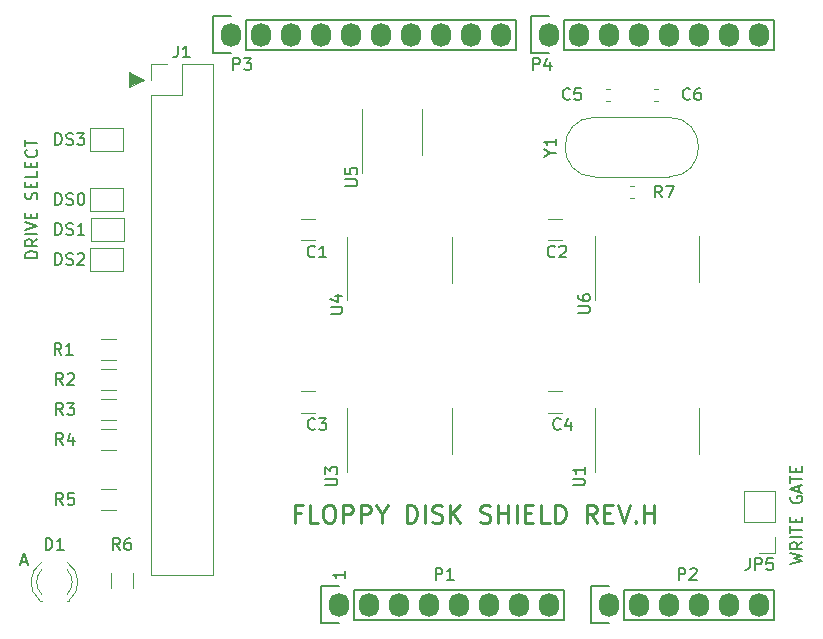
<source format=gto>
G04 #@! TF.GenerationSoftware,KiCad,Pcbnew,(6.0.7)*
G04 #@! TF.CreationDate,2022-09-30T10:08:23+09:00*
G04 #@! TF.ProjectId,fdshield,66647368-6965-46c6-942e-6b696361645f,rev?*
G04 #@! TF.SameCoordinates,Original*
G04 #@! TF.FileFunction,Legend,Top*
G04 #@! TF.FilePolarity,Positive*
%FSLAX46Y46*%
G04 Gerber Fmt 4.6, Leading zero omitted, Abs format (unit mm)*
G04 Created by KiCad (PCBNEW (6.0.7)) date 2022-09-30 10:08:23*
%MOMM*%
%LPD*%
G01*
G04 APERTURE LIST*
%ADD10C,0.100000*%
%ADD11C,0.150000*%
%ADD12C,0.250000*%
%ADD13C,0.120000*%
%ADD14O,1.727200X2.032000*%
G04 APERTURE END LIST*
D10*
G36*
X122428000Y-79375000D02*
G01*
X121158000Y-80010000D01*
X121158000Y-78740000D01*
X122428000Y-79375000D01*
G37*
X122428000Y-79375000D02*
X121158000Y-80010000D01*
X121158000Y-78740000D01*
X122428000Y-79375000D01*
D11*
X113355380Y-94463571D02*
X112355380Y-94463571D01*
X112355380Y-94225476D01*
X112403000Y-94082619D01*
X112498238Y-93987380D01*
X112593476Y-93939761D01*
X112783952Y-93892142D01*
X112926809Y-93892142D01*
X113117285Y-93939761D01*
X113212523Y-93987380D01*
X113307761Y-94082619D01*
X113355380Y-94225476D01*
X113355380Y-94463571D01*
X113355380Y-92892142D02*
X112879190Y-93225476D01*
X113355380Y-93463571D02*
X112355380Y-93463571D01*
X112355380Y-93082619D01*
X112403000Y-92987380D01*
X112450619Y-92939761D01*
X112545857Y-92892142D01*
X112688714Y-92892142D01*
X112783952Y-92939761D01*
X112831571Y-92987380D01*
X112879190Y-93082619D01*
X112879190Y-93463571D01*
X113355380Y-92463571D02*
X112355380Y-92463571D01*
X112355380Y-92130238D02*
X113355380Y-91796904D01*
X112355380Y-91463571D01*
X112831571Y-91130238D02*
X112831571Y-90796904D01*
X113355380Y-90654047D02*
X113355380Y-91130238D01*
X112355380Y-91130238D01*
X112355380Y-90654047D01*
X113307761Y-89511190D02*
X113355380Y-89368333D01*
X113355380Y-89130238D01*
X113307761Y-89035000D01*
X113260142Y-88987380D01*
X113164904Y-88939761D01*
X113069666Y-88939761D01*
X112974428Y-88987380D01*
X112926809Y-89035000D01*
X112879190Y-89130238D01*
X112831571Y-89320714D01*
X112783952Y-89415952D01*
X112736333Y-89463571D01*
X112641095Y-89511190D01*
X112545857Y-89511190D01*
X112450619Y-89463571D01*
X112403000Y-89415952D01*
X112355380Y-89320714D01*
X112355380Y-89082619D01*
X112403000Y-88939761D01*
X112831571Y-88511190D02*
X112831571Y-88177857D01*
X113355380Y-88035000D02*
X113355380Y-88511190D01*
X112355380Y-88511190D01*
X112355380Y-88035000D01*
X113355380Y-87130238D02*
X113355380Y-87606428D01*
X112355380Y-87606428D01*
X112831571Y-86796904D02*
X112831571Y-86463571D01*
X113355380Y-86320714D02*
X113355380Y-86796904D01*
X112355380Y-86796904D01*
X112355380Y-86320714D01*
X113260142Y-85320714D02*
X113307761Y-85368333D01*
X113355380Y-85511190D01*
X113355380Y-85606428D01*
X113307761Y-85749285D01*
X113212523Y-85844523D01*
X113117285Y-85892142D01*
X112926809Y-85939761D01*
X112783952Y-85939761D01*
X112593476Y-85892142D01*
X112498238Y-85844523D01*
X112403000Y-85749285D01*
X112355380Y-85606428D01*
X112355380Y-85511190D01*
X112403000Y-85368333D01*
X112450619Y-85320714D01*
X112355380Y-85035000D02*
X112355380Y-84463571D01*
X113355380Y-84749285D02*
X112355380Y-84749285D01*
D12*
X135653714Y-116097857D02*
X135153714Y-116097857D01*
X135153714Y-116883571D02*
X135153714Y-115383571D01*
X135868000Y-115383571D01*
X137153714Y-116883571D02*
X136439428Y-116883571D01*
X136439428Y-115383571D01*
X137939428Y-115383571D02*
X138225142Y-115383571D01*
X138368000Y-115455000D01*
X138510857Y-115597857D01*
X138582285Y-115883571D01*
X138582285Y-116383571D01*
X138510857Y-116669285D01*
X138368000Y-116812142D01*
X138225142Y-116883571D01*
X137939428Y-116883571D01*
X137796571Y-116812142D01*
X137653714Y-116669285D01*
X137582285Y-116383571D01*
X137582285Y-115883571D01*
X137653714Y-115597857D01*
X137796571Y-115455000D01*
X137939428Y-115383571D01*
X139225142Y-116883571D02*
X139225142Y-115383571D01*
X139796571Y-115383571D01*
X139939428Y-115455000D01*
X140010857Y-115526428D01*
X140082285Y-115669285D01*
X140082285Y-115883571D01*
X140010857Y-116026428D01*
X139939428Y-116097857D01*
X139796571Y-116169285D01*
X139225142Y-116169285D01*
X140725142Y-116883571D02*
X140725142Y-115383571D01*
X141296571Y-115383571D01*
X141439428Y-115455000D01*
X141510857Y-115526428D01*
X141582285Y-115669285D01*
X141582285Y-115883571D01*
X141510857Y-116026428D01*
X141439428Y-116097857D01*
X141296571Y-116169285D01*
X140725142Y-116169285D01*
X142510857Y-116169285D02*
X142510857Y-116883571D01*
X142010857Y-115383571D02*
X142510857Y-116169285D01*
X143010857Y-115383571D01*
X144653714Y-116883571D02*
X144653714Y-115383571D01*
X145010857Y-115383571D01*
X145225142Y-115455000D01*
X145368000Y-115597857D01*
X145439428Y-115740714D01*
X145510857Y-116026428D01*
X145510857Y-116240714D01*
X145439428Y-116526428D01*
X145368000Y-116669285D01*
X145225142Y-116812142D01*
X145010857Y-116883571D01*
X144653714Y-116883571D01*
X146153714Y-116883571D02*
X146153714Y-115383571D01*
X146796571Y-116812142D02*
X147010857Y-116883571D01*
X147368000Y-116883571D01*
X147510857Y-116812142D01*
X147582285Y-116740714D01*
X147653714Y-116597857D01*
X147653714Y-116455000D01*
X147582285Y-116312142D01*
X147510857Y-116240714D01*
X147368000Y-116169285D01*
X147082285Y-116097857D01*
X146939428Y-116026428D01*
X146868000Y-115955000D01*
X146796571Y-115812142D01*
X146796571Y-115669285D01*
X146868000Y-115526428D01*
X146939428Y-115455000D01*
X147082285Y-115383571D01*
X147439428Y-115383571D01*
X147653714Y-115455000D01*
X148296571Y-116883571D02*
X148296571Y-115383571D01*
X149153714Y-116883571D02*
X148510857Y-116026428D01*
X149153714Y-115383571D02*
X148296571Y-116240714D01*
X150868000Y-116812142D02*
X151082285Y-116883571D01*
X151439428Y-116883571D01*
X151582285Y-116812142D01*
X151653714Y-116740714D01*
X151725142Y-116597857D01*
X151725142Y-116455000D01*
X151653714Y-116312142D01*
X151582285Y-116240714D01*
X151439428Y-116169285D01*
X151153714Y-116097857D01*
X151010857Y-116026428D01*
X150939428Y-115955000D01*
X150868000Y-115812142D01*
X150868000Y-115669285D01*
X150939428Y-115526428D01*
X151010857Y-115455000D01*
X151153714Y-115383571D01*
X151510857Y-115383571D01*
X151725142Y-115455000D01*
X152368000Y-116883571D02*
X152368000Y-115383571D01*
X152368000Y-116097857D02*
X153225142Y-116097857D01*
X153225142Y-116883571D02*
X153225142Y-115383571D01*
X153939428Y-116883571D02*
X153939428Y-115383571D01*
X154653714Y-116097857D02*
X155153714Y-116097857D01*
X155368000Y-116883571D02*
X154653714Y-116883571D01*
X154653714Y-115383571D01*
X155368000Y-115383571D01*
X156725142Y-116883571D02*
X156010857Y-116883571D01*
X156010857Y-115383571D01*
X157225142Y-116883571D02*
X157225142Y-115383571D01*
X157582285Y-115383571D01*
X157796571Y-115455000D01*
X157939428Y-115597857D01*
X158010857Y-115740714D01*
X158082285Y-116026428D01*
X158082285Y-116240714D01*
X158010857Y-116526428D01*
X157939428Y-116669285D01*
X157796571Y-116812142D01*
X157582285Y-116883571D01*
X157225142Y-116883571D01*
X160725142Y-116883571D02*
X160225142Y-116169285D01*
X159868000Y-116883571D02*
X159868000Y-115383571D01*
X160439428Y-115383571D01*
X160582285Y-115455000D01*
X160653714Y-115526428D01*
X160725142Y-115669285D01*
X160725142Y-115883571D01*
X160653714Y-116026428D01*
X160582285Y-116097857D01*
X160439428Y-116169285D01*
X159868000Y-116169285D01*
X161368000Y-116097857D02*
X161868000Y-116097857D01*
X162082285Y-116883571D02*
X161368000Y-116883571D01*
X161368000Y-115383571D01*
X162082285Y-115383571D01*
X162510857Y-115383571D02*
X163010857Y-116883571D01*
X163510857Y-115383571D01*
X164010857Y-116740714D02*
X164082285Y-116812142D01*
X164010857Y-116883571D01*
X163939428Y-116812142D01*
X164010857Y-116740714D01*
X164010857Y-116883571D01*
X164725142Y-116883571D02*
X164725142Y-115383571D01*
X164725142Y-116097857D02*
X165582285Y-116097857D01*
X165582285Y-116883571D02*
X165582285Y-115383571D01*
D11*
X177125380Y-120347857D02*
X178125380Y-120109761D01*
X177411095Y-119919285D01*
X178125380Y-119728809D01*
X177125380Y-119490714D01*
X178125380Y-118538333D02*
X177649190Y-118871666D01*
X178125380Y-119109761D02*
X177125380Y-119109761D01*
X177125380Y-118728809D01*
X177173000Y-118633571D01*
X177220619Y-118585952D01*
X177315857Y-118538333D01*
X177458714Y-118538333D01*
X177553952Y-118585952D01*
X177601571Y-118633571D01*
X177649190Y-118728809D01*
X177649190Y-119109761D01*
X178125380Y-118109761D02*
X177125380Y-118109761D01*
X177125380Y-117776428D02*
X177125380Y-117205000D01*
X178125380Y-117490714D02*
X177125380Y-117490714D01*
X177601571Y-116871666D02*
X177601571Y-116538333D01*
X178125380Y-116395476D02*
X178125380Y-116871666D01*
X177125380Y-116871666D01*
X177125380Y-116395476D01*
X177173000Y-114681190D02*
X177125380Y-114776428D01*
X177125380Y-114919285D01*
X177173000Y-115062142D01*
X177268238Y-115157380D01*
X177363476Y-115205000D01*
X177553952Y-115252619D01*
X177696809Y-115252619D01*
X177887285Y-115205000D01*
X177982523Y-115157380D01*
X178077761Y-115062142D01*
X178125380Y-114919285D01*
X178125380Y-114824047D01*
X178077761Y-114681190D01*
X178030142Y-114633571D01*
X177696809Y-114633571D01*
X177696809Y-114824047D01*
X177839666Y-114252619D02*
X177839666Y-113776428D01*
X178125380Y-114347857D02*
X177125380Y-114014523D01*
X178125380Y-113681190D01*
X177125380Y-113490714D02*
X177125380Y-112919285D01*
X178125380Y-113205000D02*
X177125380Y-113205000D01*
X177601571Y-112585952D02*
X177601571Y-112252619D01*
X178125380Y-112109761D02*
X178125380Y-112585952D01*
X177125380Y-112585952D01*
X177125380Y-112109761D01*
X112029904Y-120181666D02*
X112506095Y-120181666D01*
X111934666Y-120467380D02*
X112268000Y-119467380D01*
X112601333Y-120467380D01*
X139390380Y-120999285D02*
X139390380Y-121570714D01*
X139390380Y-121285000D02*
X138390380Y-121285000D01*
X138533238Y-121380238D01*
X138628476Y-121475476D01*
X138676095Y-121570714D01*
G04 #@! TO.C,P1*
X147089904Y-121737380D02*
X147089904Y-120737380D01*
X147470857Y-120737380D01*
X147566095Y-120785000D01*
X147613714Y-120832619D01*
X147661333Y-120927857D01*
X147661333Y-121070714D01*
X147613714Y-121165952D01*
X147566095Y-121213571D01*
X147470857Y-121261190D01*
X147089904Y-121261190D01*
X148613714Y-121737380D02*
X148042285Y-121737380D01*
X148328000Y-121737380D02*
X148328000Y-120737380D01*
X148232761Y-120880238D01*
X148137523Y-120975476D01*
X148042285Y-121023095D01*
G04 #@! TO.C,P2*
X167663904Y-121737380D02*
X167663904Y-120737380D01*
X168044857Y-120737380D01*
X168140095Y-120785000D01*
X168187714Y-120832619D01*
X168235333Y-120927857D01*
X168235333Y-121070714D01*
X168187714Y-121165952D01*
X168140095Y-121213571D01*
X168044857Y-121261190D01*
X167663904Y-121261190D01*
X168616285Y-120832619D02*
X168663904Y-120785000D01*
X168759142Y-120737380D01*
X168997238Y-120737380D01*
X169092476Y-120785000D01*
X169140095Y-120832619D01*
X169187714Y-120927857D01*
X169187714Y-121023095D01*
X169140095Y-121165952D01*
X168568666Y-121737380D01*
X169187714Y-121737380D01*
G04 #@! TO.C,P3*
X129944904Y-78557380D02*
X129944904Y-77557380D01*
X130325857Y-77557380D01*
X130421095Y-77605000D01*
X130468714Y-77652619D01*
X130516333Y-77747857D01*
X130516333Y-77890714D01*
X130468714Y-77985952D01*
X130421095Y-78033571D01*
X130325857Y-78081190D01*
X129944904Y-78081190D01*
X130849666Y-77557380D02*
X131468714Y-77557380D01*
X131135380Y-77938333D01*
X131278238Y-77938333D01*
X131373476Y-77985952D01*
X131421095Y-78033571D01*
X131468714Y-78128809D01*
X131468714Y-78366904D01*
X131421095Y-78462142D01*
X131373476Y-78509761D01*
X131278238Y-78557380D01*
X130992523Y-78557380D01*
X130897285Y-78509761D01*
X130849666Y-78462142D01*
G04 #@! TO.C,P4*
X155344904Y-78557380D02*
X155344904Y-77557380D01*
X155725857Y-77557380D01*
X155821095Y-77605000D01*
X155868714Y-77652619D01*
X155916333Y-77747857D01*
X155916333Y-77890714D01*
X155868714Y-77985952D01*
X155821095Y-78033571D01*
X155725857Y-78081190D01*
X155344904Y-78081190D01*
X156773476Y-77890714D02*
X156773476Y-78557380D01*
X156535380Y-77509761D02*
X156297285Y-78224047D01*
X156916333Y-78224047D01*
G04 #@! TO.C,R6*
X120356333Y-119197380D02*
X120023000Y-118721190D01*
X119784904Y-119197380D02*
X119784904Y-118197380D01*
X120165857Y-118197380D01*
X120261095Y-118245000D01*
X120308714Y-118292619D01*
X120356333Y-118387857D01*
X120356333Y-118530714D01*
X120308714Y-118625952D01*
X120261095Y-118673571D01*
X120165857Y-118721190D01*
X119784904Y-118721190D01*
X121213476Y-118197380D02*
X121023000Y-118197380D01*
X120927761Y-118245000D01*
X120880142Y-118292619D01*
X120784904Y-118435476D01*
X120737285Y-118625952D01*
X120737285Y-119006904D01*
X120784904Y-119102142D01*
X120832523Y-119149761D01*
X120927761Y-119197380D01*
X121118238Y-119197380D01*
X121213476Y-119149761D01*
X121261095Y-119102142D01*
X121308714Y-119006904D01*
X121308714Y-118768809D01*
X121261095Y-118673571D01*
X121213476Y-118625952D01*
X121118238Y-118578333D01*
X120927761Y-118578333D01*
X120832523Y-118625952D01*
X120784904Y-118673571D01*
X120737285Y-118768809D01*
G04 #@! TO.C,J1*
X125269666Y-76497380D02*
X125269666Y-77211666D01*
X125222047Y-77354523D01*
X125126809Y-77449761D01*
X124983952Y-77497380D01*
X124888714Y-77497380D01*
X126269666Y-77497380D02*
X125698238Y-77497380D01*
X125983952Y-77497380D02*
X125983952Y-76497380D01*
X125888714Y-76640238D01*
X125793476Y-76735476D01*
X125698238Y-76783095D01*
G04 #@! TO.C,R5*
X115536333Y-115387380D02*
X115203000Y-114911190D01*
X114964904Y-115387380D02*
X114964904Y-114387380D01*
X115345857Y-114387380D01*
X115441095Y-114435000D01*
X115488714Y-114482619D01*
X115536333Y-114577857D01*
X115536333Y-114720714D01*
X115488714Y-114815952D01*
X115441095Y-114863571D01*
X115345857Y-114911190D01*
X114964904Y-114911190D01*
X116441095Y-114387380D02*
X115964904Y-114387380D01*
X115917285Y-114863571D01*
X115964904Y-114815952D01*
X116060142Y-114768333D01*
X116298238Y-114768333D01*
X116393476Y-114815952D01*
X116441095Y-114863571D01*
X116488714Y-114958809D01*
X116488714Y-115196904D01*
X116441095Y-115292142D01*
X116393476Y-115339761D01*
X116298238Y-115387380D01*
X116060142Y-115387380D01*
X115964904Y-115339761D01*
X115917285Y-115292142D01*
G04 #@! TO.C,R4*
X115536333Y-110307380D02*
X115203000Y-109831190D01*
X114964904Y-110307380D02*
X114964904Y-109307380D01*
X115345857Y-109307380D01*
X115441095Y-109355000D01*
X115488714Y-109402619D01*
X115536333Y-109497857D01*
X115536333Y-109640714D01*
X115488714Y-109735952D01*
X115441095Y-109783571D01*
X115345857Y-109831190D01*
X114964904Y-109831190D01*
X116393476Y-109640714D02*
X116393476Y-110307380D01*
X116155380Y-109259761D02*
X115917285Y-109974047D01*
X116536333Y-109974047D01*
G04 #@! TO.C,R3*
X115536333Y-107767380D02*
X115203000Y-107291190D01*
X114964904Y-107767380D02*
X114964904Y-106767380D01*
X115345857Y-106767380D01*
X115441095Y-106815000D01*
X115488714Y-106862619D01*
X115536333Y-106957857D01*
X115536333Y-107100714D01*
X115488714Y-107195952D01*
X115441095Y-107243571D01*
X115345857Y-107291190D01*
X114964904Y-107291190D01*
X115869666Y-106767380D02*
X116488714Y-106767380D01*
X116155380Y-107148333D01*
X116298238Y-107148333D01*
X116393476Y-107195952D01*
X116441095Y-107243571D01*
X116488714Y-107338809D01*
X116488714Y-107576904D01*
X116441095Y-107672142D01*
X116393476Y-107719761D01*
X116298238Y-107767380D01*
X116012523Y-107767380D01*
X115917285Y-107719761D01*
X115869666Y-107672142D01*
G04 #@! TO.C,R2*
X115536333Y-105227380D02*
X115203000Y-104751190D01*
X114964904Y-105227380D02*
X114964904Y-104227380D01*
X115345857Y-104227380D01*
X115441095Y-104275000D01*
X115488714Y-104322619D01*
X115536333Y-104417857D01*
X115536333Y-104560714D01*
X115488714Y-104655952D01*
X115441095Y-104703571D01*
X115345857Y-104751190D01*
X114964904Y-104751190D01*
X115917285Y-104322619D02*
X115964904Y-104275000D01*
X116060142Y-104227380D01*
X116298238Y-104227380D01*
X116393476Y-104275000D01*
X116441095Y-104322619D01*
X116488714Y-104417857D01*
X116488714Y-104513095D01*
X116441095Y-104655952D01*
X115869666Y-105227380D01*
X116488714Y-105227380D01*
G04 #@! TO.C,R1*
X115406333Y-102687380D02*
X115073000Y-102211190D01*
X114834904Y-102687380D02*
X114834904Y-101687380D01*
X115215857Y-101687380D01*
X115311095Y-101735000D01*
X115358714Y-101782619D01*
X115406333Y-101877857D01*
X115406333Y-102020714D01*
X115358714Y-102115952D01*
X115311095Y-102163571D01*
X115215857Y-102211190D01*
X114834904Y-102211190D01*
X116358714Y-102687380D02*
X115787285Y-102687380D01*
X116073000Y-102687380D02*
X116073000Y-101687380D01*
X115977761Y-101830238D01*
X115882523Y-101925476D01*
X115787285Y-101973095D01*
G04 #@! TO.C,DS0*
X114863714Y-89987380D02*
X114863714Y-88987380D01*
X115101809Y-88987380D01*
X115244666Y-89035000D01*
X115339904Y-89130238D01*
X115387523Y-89225476D01*
X115435142Y-89415952D01*
X115435142Y-89558809D01*
X115387523Y-89749285D01*
X115339904Y-89844523D01*
X115244666Y-89939761D01*
X115101809Y-89987380D01*
X114863714Y-89987380D01*
X115816095Y-89939761D02*
X115958952Y-89987380D01*
X116197047Y-89987380D01*
X116292285Y-89939761D01*
X116339904Y-89892142D01*
X116387523Y-89796904D01*
X116387523Y-89701666D01*
X116339904Y-89606428D01*
X116292285Y-89558809D01*
X116197047Y-89511190D01*
X116006571Y-89463571D01*
X115911333Y-89415952D01*
X115863714Y-89368333D01*
X115816095Y-89273095D01*
X115816095Y-89177857D01*
X115863714Y-89082619D01*
X115911333Y-89035000D01*
X116006571Y-88987380D01*
X116244666Y-88987380D01*
X116387523Y-89035000D01*
X117006571Y-88987380D02*
X117101809Y-88987380D01*
X117197047Y-89035000D01*
X117244666Y-89082619D01*
X117292285Y-89177857D01*
X117339904Y-89368333D01*
X117339904Y-89606428D01*
X117292285Y-89796904D01*
X117244666Y-89892142D01*
X117197047Y-89939761D01*
X117101809Y-89987380D01*
X117006571Y-89987380D01*
X116911333Y-89939761D01*
X116863714Y-89892142D01*
X116816095Y-89796904D01*
X116768476Y-89606428D01*
X116768476Y-89368333D01*
X116816095Y-89177857D01*
X116863714Y-89082619D01*
X116911333Y-89035000D01*
X117006571Y-88987380D01*
G04 #@! TO.C,DS3*
X114863714Y-84907380D02*
X114863714Y-83907380D01*
X115101809Y-83907380D01*
X115244666Y-83955000D01*
X115339904Y-84050238D01*
X115387523Y-84145476D01*
X115435142Y-84335952D01*
X115435142Y-84478809D01*
X115387523Y-84669285D01*
X115339904Y-84764523D01*
X115244666Y-84859761D01*
X115101809Y-84907380D01*
X114863714Y-84907380D01*
X115816095Y-84859761D02*
X115958952Y-84907380D01*
X116197047Y-84907380D01*
X116292285Y-84859761D01*
X116339904Y-84812142D01*
X116387523Y-84716904D01*
X116387523Y-84621666D01*
X116339904Y-84526428D01*
X116292285Y-84478809D01*
X116197047Y-84431190D01*
X116006571Y-84383571D01*
X115911333Y-84335952D01*
X115863714Y-84288333D01*
X115816095Y-84193095D01*
X115816095Y-84097857D01*
X115863714Y-84002619D01*
X115911333Y-83955000D01*
X116006571Y-83907380D01*
X116244666Y-83907380D01*
X116387523Y-83955000D01*
X116720857Y-83907380D02*
X117339904Y-83907380D01*
X117006571Y-84288333D01*
X117149428Y-84288333D01*
X117244666Y-84335952D01*
X117292285Y-84383571D01*
X117339904Y-84478809D01*
X117339904Y-84716904D01*
X117292285Y-84812142D01*
X117244666Y-84859761D01*
X117149428Y-84907380D01*
X116863714Y-84907380D01*
X116768476Y-84859761D01*
X116720857Y-84812142D01*
G04 #@! TO.C,DS1*
X114863714Y-92527380D02*
X114863714Y-91527380D01*
X115101809Y-91527380D01*
X115244666Y-91575000D01*
X115339904Y-91670238D01*
X115387523Y-91765476D01*
X115435142Y-91955952D01*
X115435142Y-92098809D01*
X115387523Y-92289285D01*
X115339904Y-92384523D01*
X115244666Y-92479761D01*
X115101809Y-92527380D01*
X114863714Y-92527380D01*
X115816095Y-92479761D02*
X115958952Y-92527380D01*
X116197047Y-92527380D01*
X116292285Y-92479761D01*
X116339904Y-92432142D01*
X116387523Y-92336904D01*
X116387523Y-92241666D01*
X116339904Y-92146428D01*
X116292285Y-92098809D01*
X116197047Y-92051190D01*
X116006571Y-92003571D01*
X115911333Y-91955952D01*
X115863714Y-91908333D01*
X115816095Y-91813095D01*
X115816095Y-91717857D01*
X115863714Y-91622619D01*
X115911333Y-91575000D01*
X116006571Y-91527380D01*
X116244666Y-91527380D01*
X116387523Y-91575000D01*
X117339904Y-92527380D02*
X116768476Y-92527380D01*
X117054190Y-92527380D02*
X117054190Y-91527380D01*
X116958952Y-91670238D01*
X116863714Y-91765476D01*
X116768476Y-91813095D01*
G04 #@! TO.C,C2*
X157186333Y-94337142D02*
X157138714Y-94384761D01*
X156995857Y-94432380D01*
X156900619Y-94432380D01*
X156757761Y-94384761D01*
X156662523Y-94289523D01*
X156614904Y-94194285D01*
X156567285Y-94003809D01*
X156567285Y-93860952D01*
X156614904Y-93670476D01*
X156662523Y-93575238D01*
X156757761Y-93480000D01*
X156900619Y-93432380D01*
X156995857Y-93432380D01*
X157138714Y-93480000D01*
X157186333Y-93527619D01*
X157567285Y-93527619D02*
X157614904Y-93480000D01*
X157710142Y-93432380D01*
X157948238Y-93432380D01*
X158043476Y-93480000D01*
X158091095Y-93527619D01*
X158138714Y-93622857D01*
X158138714Y-93718095D01*
X158091095Y-93860952D01*
X157519666Y-94432380D01*
X158138714Y-94432380D01*
G04 #@! TO.C,C4*
X157658397Y-108942142D02*
X157610778Y-108989761D01*
X157467921Y-109037380D01*
X157372683Y-109037380D01*
X157229825Y-108989761D01*
X157134587Y-108894523D01*
X157086968Y-108799285D01*
X157039349Y-108608809D01*
X157039349Y-108465952D01*
X157086968Y-108275476D01*
X157134587Y-108180238D01*
X157229825Y-108085000D01*
X157372683Y-108037380D01*
X157467921Y-108037380D01*
X157610778Y-108085000D01*
X157658397Y-108132619D01*
X158515540Y-108370714D02*
X158515540Y-109037380D01*
X158277444Y-107989761D02*
X158039349Y-108704047D01*
X158658397Y-108704047D01*
G04 #@! TO.C,C3*
X136866333Y-108942142D02*
X136818714Y-108989761D01*
X136675857Y-109037380D01*
X136580619Y-109037380D01*
X136437761Y-108989761D01*
X136342523Y-108894523D01*
X136294904Y-108799285D01*
X136247285Y-108608809D01*
X136247285Y-108465952D01*
X136294904Y-108275476D01*
X136342523Y-108180238D01*
X136437761Y-108085000D01*
X136580619Y-108037380D01*
X136675857Y-108037380D01*
X136818714Y-108085000D01*
X136866333Y-108132619D01*
X137199666Y-108037380D02*
X137818714Y-108037380D01*
X137485380Y-108418333D01*
X137628238Y-108418333D01*
X137723476Y-108465952D01*
X137771095Y-108513571D01*
X137818714Y-108608809D01*
X137818714Y-108846904D01*
X137771095Y-108942142D01*
X137723476Y-108989761D01*
X137628238Y-109037380D01*
X137342523Y-109037380D01*
X137247285Y-108989761D01*
X137199666Y-108942142D01*
G04 #@! TO.C,C1*
X136866333Y-94337142D02*
X136818714Y-94384761D01*
X136675857Y-94432380D01*
X136580619Y-94432380D01*
X136437761Y-94384761D01*
X136342523Y-94289523D01*
X136294904Y-94194285D01*
X136247285Y-94003809D01*
X136247285Y-93860952D01*
X136294904Y-93670476D01*
X136342523Y-93575238D01*
X136437761Y-93480000D01*
X136580619Y-93432380D01*
X136675857Y-93432380D01*
X136818714Y-93480000D01*
X136866333Y-93527619D01*
X137818714Y-94432380D02*
X137247285Y-94432380D01*
X137533000Y-94432380D02*
X137533000Y-93432380D01*
X137437761Y-93575238D01*
X137342523Y-93670476D01*
X137247285Y-93718095D01*
G04 #@! TO.C,U1*
X158710380Y-113726904D02*
X159519904Y-113726904D01*
X159615142Y-113679285D01*
X159662761Y-113631666D01*
X159710380Y-113536428D01*
X159710380Y-113345952D01*
X159662761Y-113250714D01*
X159615142Y-113203095D01*
X159519904Y-113155476D01*
X158710380Y-113155476D01*
X159710380Y-112155476D02*
X159710380Y-112726904D01*
X159710380Y-112441190D02*
X158710380Y-112441190D01*
X158853238Y-112536428D01*
X158948476Y-112631666D01*
X158996095Y-112726904D01*
G04 #@! TO.C,U3*
X137755380Y-113726904D02*
X138564904Y-113726904D01*
X138660142Y-113679285D01*
X138707761Y-113631666D01*
X138755380Y-113536428D01*
X138755380Y-113345952D01*
X138707761Y-113250714D01*
X138660142Y-113203095D01*
X138564904Y-113155476D01*
X137755380Y-113155476D01*
X137755380Y-112774523D02*
X137755380Y-112155476D01*
X138136333Y-112488809D01*
X138136333Y-112345952D01*
X138183952Y-112250714D01*
X138231571Y-112203095D01*
X138326809Y-112155476D01*
X138564904Y-112155476D01*
X138660142Y-112203095D01*
X138707761Y-112250714D01*
X138755380Y-112345952D01*
X138755380Y-112631666D01*
X138707761Y-112726904D01*
X138660142Y-112774523D01*
G04 #@! TO.C,U4*
X138190380Y-99186904D02*
X138999904Y-99186904D01*
X139095142Y-99139285D01*
X139142761Y-99091666D01*
X139190380Y-98996428D01*
X139190380Y-98805952D01*
X139142761Y-98710714D01*
X139095142Y-98663095D01*
X138999904Y-98615476D01*
X138190380Y-98615476D01*
X138523714Y-97710714D02*
X139190380Y-97710714D01*
X138142761Y-97948809D02*
X138857047Y-98186904D01*
X138857047Y-97567857D01*
G04 #@! TO.C,U5*
X139435380Y-88391904D02*
X140244904Y-88391904D01*
X140340142Y-88344285D01*
X140387761Y-88296666D01*
X140435380Y-88201428D01*
X140435380Y-88010952D01*
X140387761Y-87915714D01*
X140340142Y-87868095D01*
X140244904Y-87820476D01*
X139435380Y-87820476D01*
X139435380Y-86868095D02*
X139435380Y-87344285D01*
X139911571Y-87391904D01*
X139863952Y-87344285D01*
X139816333Y-87249047D01*
X139816333Y-87010952D01*
X139863952Y-86915714D01*
X139911571Y-86868095D01*
X140006809Y-86820476D01*
X140244904Y-86820476D01*
X140340142Y-86868095D01*
X140387761Y-86915714D01*
X140435380Y-87010952D01*
X140435380Y-87249047D01*
X140387761Y-87344285D01*
X140340142Y-87391904D01*
G04 #@! TO.C,D1*
X114069904Y-119197380D02*
X114069904Y-118197380D01*
X114308000Y-118197380D01*
X114450857Y-118245000D01*
X114546095Y-118340238D01*
X114593714Y-118435476D01*
X114641333Y-118625952D01*
X114641333Y-118768809D01*
X114593714Y-118959285D01*
X114546095Y-119054523D01*
X114450857Y-119149761D01*
X114308000Y-119197380D01*
X114069904Y-119197380D01*
X115593714Y-119197380D02*
X115022285Y-119197380D01*
X115308000Y-119197380D02*
X115308000Y-118197380D01*
X115212761Y-118340238D01*
X115117523Y-118435476D01*
X115022285Y-118483095D01*
G04 #@! TO.C,C5*
X158456333Y-81002142D02*
X158408714Y-81049761D01*
X158265857Y-81097380D01*
X158170619Y-81097380D01*
X158027761Y-81049761D01*
X157932523Y-80954523D01*
X157884904Y-80859285D01*
X157837285Y-80668809D01*
X157837285Y-80525952D01*
X157884904Y-80335476D01*
X157932523Y-80240238D01*
X158027761Y-80145000D01*
X158170619Y-80097380D01*
X158265857Y-80097380D01*
X158408714Y-80145000D01*
X158456333Y-80192619D01*
X159361095Y-80097380D02*
X158884904Y-80097380D01*
X158837285Y-80573571D01*
X158884904Y-80525952D01*
X158980142Y-80478333D01*
X159218238Y-80478333D01*
X159313476Y-80525952D01*
X159361095Y-80573571D01*
X159408714Y-80668809D01*
X159408714Y-80906904D01*
X159361095Y-81002142D01*
X159313476Y-81049761D01*
X159218238Y-81097380D01*
X158980142Y-81097380D01*
X158884904Y-81049761D01*
X158837285Y-81002142D01*
G04 #@! TO.C,Y1*
X156784190Y-85566190D02*
X157260380Y-85566190D01*
X156260380Y-85899523D02*
X156784190Y-85566190D01*
X156260380Y-85232857D01*
X157260380Y-84375714D02*
X157260380Y-84947142D01*
X157260380Y-84661428D02*
X156260380Y-84661428D01*
X156403238Y-84756666D01*
X156498476Y-84851904D01*
X156546095Y-84947142D01*
G04 #@! TO.C,R7*
X166228833Y-89352380D02*
X165895500Y-88876190D01*
X165657404Y-89352380D02*
X165657404Y-88352380D01*
X166038357Y-88352380D01*
X166133595Y-88400000D01*
X166181214Y-88447619D01*
X166228833Y-88542857D01*
X166228833Y-88685714D01*
X166181214Y-88780952D01*
X166133595Y-88828571D01*
X166038357Y-88876190D01*
X165657404Y-88876190D01*
X166562166Y-88352380D02*
X167228833Y-88352380D01*
X166800261Y-89352380D01*
G04 #@! TO.C,U6*
X159145380Y-99121904D02*
X159954904Y-99121904D01*
X160050142Y-99074285D01*
X160097761Y-99026666D01*
X160145380Y-98931428D01*
X160145380Y-98740952D01*
X160097761Y-98645714D01*
X160050142Y-98598095D01*
X159954904Y-98550476D01*
X159145380Y-98550476D01*
X159145380Y-97645714D02*
X159145380Y-97836190D01*
X159193000Y-97931428D01*
X159240619Y-97979047D01*
X159383476Y-98074285D01*
X159573952Y-98121904D01*
X159954904Y-98121904D01*
X160050142Y-98074285D01*
X160097761Y-98026666D01*
X160145380Y-97931428D01*
X160145380Y-97740952D01*
X160097761Y-97645714D01*
X160050142Y-97598095D01*
X159954904Y-97550476D01*
X159716809Y-97550476D01*
X159621571Y-97598095D01*
X159573952Y-97645714D01*
X159526333Y-97740952D01*
X159526333Y-97931428D01*
X159573952Y-98026666D01*
X159621571Y-98074285D01*
X159716809Y-98121904D01*
G04 #@! TO.C,C6*
X168616333Y-81002142D02*
X168568714Y-81049761D01*
X168425857Y-81097380D01*
X168330619Y-81097380D01*
X168187761Y-81049761D01*
X168092523Y-80954523D01*
X168044904Y-80859285D01*
X167997285Y-80668809D01*
X167997285Y-80525952D01*
X168044904Y-80335476D01*
X168092523Y-80240238D01*
X168187761Y-80145000D01*
X168330619Y-80097380D01*
X168425857Y-80097380D01*
X168568714Y-80145000D01*
X168616333Y-80192619D01*
X169473476Y-80097380D02*
X169283000Y-80097380D01*
X169187761Y-80145000D01*
X169140142Y-80192619D01*
X169044904Y-80335476D01*
X168997285Y-80525952D01*
X168997285Y-80906904D01*
X169044904Y-81002142D01*
X169092523Y-81049761D01*
X169187761Y-81097380D01*
X169378238Y-81097380D01*
X169473476Y-81049761D01*
X169521095Y-81002142D01*
X169568714Y-80906904D01*
X169568714Y-80668809D01*
X169521095Y-80573571D01*
X169473476Y-80525952D01*
X169378238Y-80478333D01*
X169187761Y-80478333D01*
X169092523Y-80525952D01*
X169044904Y-80573571D01*
X168997285Y-80668809D01*
G04 #@! TO.C,DS2*
X114863714Y-95067380D02*
X114863714Y-94067380D01*
X115101809Y-94067380D01*
X115244666Y-94115000D01*
X115339904Y-94210238D01*
X115387523Y-94305476D01*
X115435142Y-94495952D01*
X115435142Y-94638809D01*
X115387523Y-94829285D01*
X115339904Y-94924523D01*
X115244666Y-95019761D01*
X115101809Y-95067380D01*
X114863714Y-95067380D01*
X115816095Y-95019761D02*
X115958952Y-95067380D01*
X116197047Y-95067380D01*
X116292285Y-95019761D01*
X116339904Y-94972142D01*
X116387523Y-94876904D01*
X116387523Y-94781666D01*
X116339904Y-94686428D01*
X116292285Y-94638809D01*
X116197047Y-94591190D01*
X116006571Y-94543571D01*
X115911333Y-94495952D01*
X115863714Y-94448333D01*
X115816095Y-94353095D01*
X115816095Y-94257857D01*
X115863714Y-94162619D01*
X115911333Y-94115000D01*
X116006571Y-94067380D01*
X116244666Y-94067380D01*
X116387523Y-94115000D01*
X116768476Y-94162619D02*
X116816095Y-94115000D01*
X116911333Y-94067380D01*
X117149428Y-94067380D01*
X117244666Y-94115000D01*
X117292285Y-94162619D01*
X117339904Y-94257857D01*
X117339904Y-94353095D01*
X117292285Y-94495952D01*
X116720857Y-95067380D01*
X117339904Y-95067380D01*
G04 #@! TO.C,JP5*
X173664666Y-119892380D02*
X173664666Y-120606666D01*
X173617047Y-120749523D01*
X173521809Y-120844761D01*
X173378952Y-120892380D01*
X173283714Y-120892380D01*
X174140857Y-120892380D02*
X174140857Y-119892380D01*
X174521809Y-119892380D01*
X174617047Y-119940000D01*
X174664666Y-119987619D01*
X174712285Y-120082857D01*
X174712285Y-120225714D01*
X174664666Y-120320952D01*
X174617047Y-120368571D01*
X174521809Y-120416190D01*
X174140857Y-120416190D01*
X175617047Y-119892380D02*
X175140857Y-119892380D01*
X175093238Y-120368571D01*
X175140857Y-120320952D01*
X175236095Y-120273333D01*
X175474190Y-120273333D01*
X175569428Y-120320952D01*
X175617047Y-120368571D01*
X175664666Y-120463809D01*
X175664666Y-120701904D01*
X175617047Y-120797142D01*
X175569428Y-120844761D01*
X175474190Y-120892380D01*
X175236095Y-120892380D01*
X175140857Y-120844761D01*
X175093238Y-120797142D01*
G04 #@! TO.C,P1*
X157988000Y-125095000D02*
X157988000Y-122555000D01*
X137388000Y-125375000D02*
X138938000Y-125375000D01*
X157988000Y-122555000D02*
X140208000Y-122555000D01*
X138938000Y-122275000D02*
X137388000Y-122275000D01*
X137388000Y-122275000D02*
X137388000Y-125375000D01*
X140208000Y-125095000D02*
X140208000Y-122555000D01*
X140208000Y-125095000D02*
X157988000Y-125095000D01*
G04 #@! TO.C,P2*
X163068000Y-125095000D02*
X175768000Y-125095000D01*
X175768000Y-125095000D02*
X175768000Y-122555000D01*
X160248000Y-122275000D02*
X160248000Y-125375000D01*
X175768000Y-122555000D02*
X163068000Y-122555000D01*
X163068000Y-125095000D02*
X163068000Y-122555000D01*
X160248000Y-125375000D02*
X161798000Y-125375000D01*
X161798000Y-122275000D02*
X160248000Y-122275000D01*
G04 #@! TO.C,P3*
X129794000Y-74015000D02*
X128244000Y-74015000D01*
X128244000Y-77115000D02*
X129794000Y-77115000D01*
X153924000Y-76835000D02*
X153924000Y-74295000D01*
X131064000Y-76835000D02*
X131064000Y-74295000D01*
X131064000Y-76835000D02*
X153924000Y-76835000D01*
X128244000Y-74015000D02*
X128244000Y-77115000D01*
X153924000Y-74295000D02*
X131064000Y-74295000D01*
G04 #@! TO.C,P4*
X157988000Y-76835000D02*
X157988000Y-74295000D01*
X156718000Y-74015000D02*
X155168000Y-74015000D01*
X157988000Y-76835000D02*
X175768000Y-76835000D01*
X155168000Y-74015000D02*
X155168000Y-77115000D01*
X155168000Y-77115000D02*
X156718000Y-77115000D01*
X175768000Y-74295000D02*
X157988000Y-74295000D01*
X175768000Y-76835000D02*
X175768000Y-74295000D01*
D13*
G04 #@! TO.C,R6*
X119613000Y-122392064D02*
X119613000Y-121187936D01*
X121433000Y-122392064D02*
X121433000Y-121187936D01*
G04 #@! TO.C,J1*
X123003000Y-80645000D02*
X123003000Y-121345000D01*
X123003000Y-79375000D02*
X123003000Y-78045000D01*
X123003000Y-78045000D02*
X124333000Y-78045000D01*
X128203000Y-78045000D02*
X128203000Y-121345000D01*
X123003000Y-80645000D02*
X125603000Y-80645000D01*
X125603000Y-80645000D02*
X125603000Y-78045000D01*
X125603000Y-78045000D02*
X128203000Y-78045000D01*
X123003000Y-121345000D02*
X128203000Y-121345000D01*
G04 #@! TO.C,R5*
X118780936Y-114025000D02*
X119985064Y-114025000D01*
X118780936Y-115845000D02*
X119985064Y-115845000D01*
G04 #@! TO.C,R4*
X118780936Y-110765000D02*
X119985064Y-110765000D01*
X118780936Y-108945000D02*
X119985064Y-108945000D01*
G04 #@! TO.C,R3*
X118780936Y-108225000D02*
X119985064Y-108225000D01*
X118780936Y-106405000D02*
X119985064Y-106405000D01*
G04 #@! TO.C,R2*
X118780936Y-103865000D02*
X119985064Y-103865000D01*
X118780936Y-105685000D02*
X119985064Y-105685000D01*
G04 #@! TO.C,R1*
X118780936Y-101325000D02*
X119985064Y-101325000D01*
X118780936Y-103145000D02*
X119985064Y-103145000D01*
G04 #@! TO.C,DS0*
X120653000Y-90535000D02*
X117853000Y-90535000D01*
X117853000Y-90535000D02*
X117853000Y-88535000D01*
X117853000Y-88535000D02*
X120653000Y-88535000D01*
X120653000Y-88535000D02*
X120653000Y-90535000D01*
G04 #@! TO.C,DS3*
X117853000Y-85455000D02*
X117853000Y-83455000D01*
X120653000Y-85455000D02*
X117853000Y-85455000D01*
X120653000Y-83455000D02*
X120653000Y-85455000D01*
X117853000Y-83455000D02*
X120653000Y-83455000D01*
G04 #@! TO.C,DS1*
X117868000Y-91075000D02*
X120668000Y-91075000D01*
X120668000Y-91075000D02*
X120668000Y-93075000D01*
X117868000Y-93075000D02*
X117868000Y-91075000D01*
X120668000Y-93075000D02*
X117868000Y-93075000D01*
G04 #@! TO.C,C2*
X157825064Y-92985000D02*
X156620936Y-92985000D01*
X157825064Y-91165000D02*
X156620936Y-91165000D01*
G04 #@! TO.C,C4*
X157825064Y-107590000D02*
X156620936Y-107590000D01*
X157825064Y-105770000D02*
X156620936Y-105770000D01*
G04 #@! TO.C,C3*
X136870064Y-107590000D02*
X135665936Y-107590000D01*
X136870064Y-105770000D02*
X135665936Y-105770000D01*
G04 #@! TO.C,C1*
X136870064Y-91165000D02*
X135665936Y-91165000D01*
X136870064Y-92985000D02*
X135665936Y-92985000D01*
G04 #@! TO.C,U1*
X169408000Y-109155000D02*
X169408000Y-111105000D01*
X160538000Y-109155000D02*
X160538000Y-112605000D01*
X160538000Y-109155000D02*
X160538000Y-107205000D01*
X169408000Y-109155000D02*
X169408000Y-107205000D01*
G04 #@! TO.C,U3*
X148453000Y-109155000D02*
X148453000Y-111105000D01*
X139583000Y-109155000D02*
X139583000Y-112605000D01*
X139583000Y-109155000D02*
X139583000Y-107205000D01*
X148453000Y-109155000D02*
X148453000Y-107205000D01*
G04 #@! TO.C,U4*
X139583000Y-94615000D02*
X139583000Y-92665000D01*
X148453000Y-94615000D02*
X148453000Y-92665000D01*
X148453000Y-94615000D02*
X148453000Y-96565000D01*
X139583000Y-94615000D02*
X139583000Y-98065000D01*
G04 #@! TO.C,U5*
X145943000Y-83820000D02*
X145943000Y-85770000D01*
X145943000Y-83820000D02*
X145943000Y-81870000D01*
X140823000Y-83820000D02*
X140823000Y-81870000D01*
X140823000Y-83820000D02*
X140823000Y-87270000D01*
G04 #@! TO.C,D1*
X113572000Y-123480000D02*
X113728000Y-123480000D01*
X115888000Y-123480000D02*
X116044000Y-123480000D01*
X113729392Y-120247665D02*
G75*
G03*
X113572484Y-123480000I1078608J-1672335D01*
G01*
X113728163Y-120878870D02*
G75*
G03*
X113728000Y-122960961I1079837J-1041130D01*
G01*
X115888000Y-122960961D02*
G75*
G03*
X115887837Y-120878870I-1080000J1040961D01*
G01*
X116043516Y-123480000D02*
G75*
G03*
X115886608Y-120247665I-1235516J1560000D01*
G01*
G04 #@! TO.C,C5*
X161482721Y-80135000D02*
X161808279Y-80135000D01*
X161482721Y-81155000D02*
X161808279Y-81155000D01*
G04 #@! TO.C,Y1*
X160568000Y-82565000D02*
X166818000Y-82565000D01*
X160568000Y-87615000D02*
X166818000Y-87615000D01*
X160568000Y-82565000D02*
G75*
G03*
X160568000Y-87615000I0J-2525000D01*
G01*
X166818000Y-87615000D02*
G75*
G03*
X166818000Y-82565000I0J2525000D01*
G01*
G04 #@! TO.C,R7*
X163865779Y-88390000D02*
X163540221Y-88390000D01*
X163865779Y-89410000D02*
X163540221Y-89410000D01*
G04 #@! TO.C,U6*
X169408000Y-94550000D02*
X169408000Y-96500000D01*
X169408000Y-94550000D02*
X169408000Y-92600000D01*
X160538000Y-94550000D02*
X160538000Y-92600000D01*
X160538000Y-94550000D02*
X160538000Y-98000000D01*
G04 #@! TO.C,C6*
X165923279Y-81155000D02*
X165597721Y-81155000D01*
X165923279Y-80135000D02*
X165597721Y-80135000D01*
G04 #@! TO.C,DS2*
X117853000Y-93615000D02*
X120653000Y-93615000D01*
X120653000Y-95615000D02*
X117853000Y-95615000D01*
X120653000Y-93615000D02*
X120653000Y-95615000D01*
X117853000Y-95615000D02*
X117853000Y-93615000D01*
G04 #@! TO.C,JP5*
X175828000Y-116840000D02*
X173168000Y-116840000D01*
X175828000Y-119440000D02*
X174498000Y-119440000D01*
X175828000Y-118110000D02*
X175828000Y-119440000D01*
X175828000Y-114240000D02*
X173168000Y-114240000D01*
X175828000Y-116840000D02*
X175828000Y-114240000D01*
X173168000Y-116840000D02*
X173168000Y-114240000D01*
G04 #@! TD*
D14*
G04 #@! TO.C,P1*
X138938000Y-123825000D03*
X141478000Y-123825000D03*
X144018000Y-123825000D03*
X146558000Y-123825000D03*
X149098000Y-123825000D03*
X151638000Y-123825000D03*
X154178000Y-123825000D03*
X156718000Y-123825000D03*
G04 #@! TD*
G04 #@! TO.C,P2*
X161798000Y-123825000D03*
X164338000Y-123825000D03*
X166878000Y-123825000D03*
X169418000Y-123825000D03*
X171958000Y-123825000D03*
X174498000Y-123825000D03*
G04 #@! TD*
G04 #@! TO.C,P3*
X129794000Y-75565000D03*
X132334000Y-75565000D03*
X134874000Y-75565000D03*
X137414000Y-75565000D03*
X139954000Y-75565000D03*
X142494000Y-75565000D03*
X145034000Y-75565000D03*
X147574000Y-75565000D03*
X150114000Y-75565000D03*
X152654000Y-75565000D03*
G04 #@! TD*
G04 #@! TO.C,P4*
X156718000Y-75565000D03*
X159258000Y-75565000D03*
X161798000Y-75565000D03*
X164338000Y-75565000D03*
X166878000Y-75565000D03*
X169418000Y-75565000D03*
X171958000Y-75565000D03*
X174498000Y-75565000D03*
G04 #@! TD*
M02*

</source>
